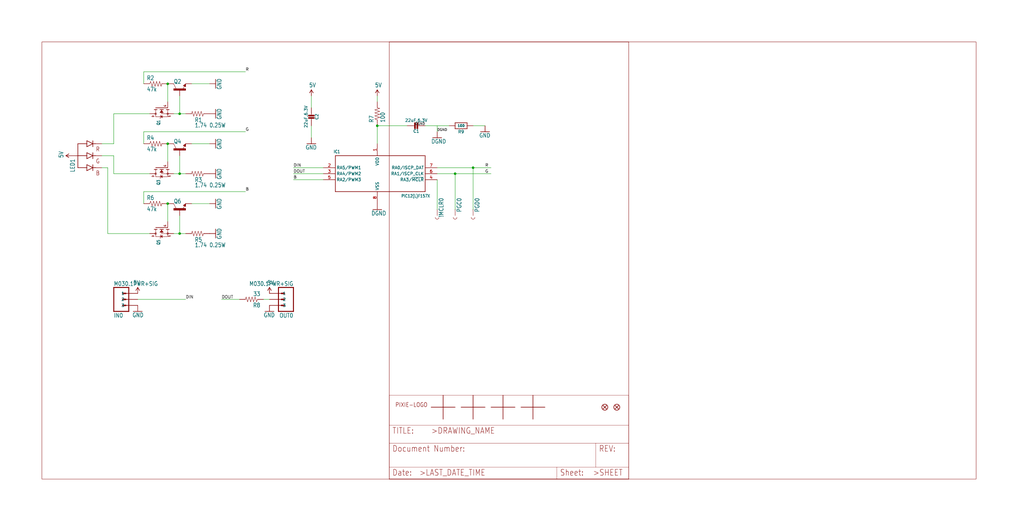
<source format=kicad_sch>
(kicad_sch (version 20211123) (generator eeschema)
  (paper "User" 434.34 223.571)
  (lib_symbols
    (symbol "eagleSchem-eagle-import:5V" (power)
      (property "Value" "5V" (at -1.016 3.556 0))
      (symbol "5V_1_0"
        (polyline (pts (xy 0 2.54) (xy -0.762 1.27)) (stroke (width 0.254)))
        (polyline (pts (xy 0.762 1.27) (xy 0 2.54)) (stroke (width 0.254)))
        (pin power_in line (at 0 0 90) (length 2.54) (name "5V") (number "1"))
      )
    )
    (symbol "eagleSchem-eagle-import:ALIGN_CROSS"
      (symbol "ALIGN_CROSS_1_0"
        (polyline (pts (xy -5.08 0) (xy 5.08 0)) (stroke (width 0.254)))
        (polyline (pts (xy 0 5.08) (xy 0 -5.08)) (stroke (width 0.254)))
      )
    )
    (symbol "eagleSchem-eagle-import:CAP_CERAMIC_0805MP"
      (property "Reference" "C" (at -2.29 1.25 90))
      (property "Value" "CAP_CERAMIC_0805MP" (at 2.3 1.25 90))
      (symbol "CAP_CERAMIC_0805MP_1_0"
        (rectangle (start -1.27 0.508) (end 1.27 1.016) (fill (type outline)))
        (rectangle (start -1.27 1.524) (end 1.27 2.032) (fill (type outline)))
        (polyline (pts (xy 0 0.762) (xy 0 0)) (stroke (width 0.1524)))
        (polyline (pts (xy 0 2.54) (xy 0 1.778)) (stroke (width 0.1524)))
        (pin passive line (at 0 5.08 270) (length 2.54) (name "1") (number "1"))
        (pin passive line (at 0 -2.54 90) (length 2.54) (name "2") (number "2"))
      )
    )
    (symbol "eagleSchem-eagle-import:DGND" (power)
      (property "Value" "DGND" (at -2.54 -2.54 0))
      (symbol "DGND_1_0"
        (polyline (pts (xy -1.905 0) (xy 1.905 0)) (stroke (width 0.254)))
        (pin power_in line (at 0 2.54 270) (length 2.54) (name "GND") (number "1"))
      )
    )
    (symbol "eagleSchem-eagle-import:FIDUCIAL{dblquote}{dblquote}"
      (symbol "FIDUCIAL{dblquote}{dblquote}_1_0"
        (polyline (pts (xy -0.762 0.762) (xy 0.762 -0.762)) (stroke (width 0.254)))
        (polyline (pts (xy 0.762 0.762) (xy -0.762 -0.762)) (stroke (width 0.254)))
        (circle (center 0 0) (radius 1.27) (stroke (width 0.254)))
      )
    )
    (symbol "eagleSchem-eagle-import:GND" (power)
      (property "Value" "GND" (at -2.54 -2.54 0))
      (symbol "GND_1_0"
        (polyline (pts (xy -1.905 0) (xy 1.905 0)) (stroke (width 0.254)))
        (pin power_in line (at 0 2.54 270) (length 2.54) (name "GND") (number "1"))
      )
    )
    (symbol "eagleSchem-eagle-import:IRLML2060TRPBF"
      (property "Reference" "Q" (at 5.08 0.635 0))
      (property "Value" "IRLML2060TRPBF" (at 5.08 -1.27 0))
      (symbol "IRLML2060TRPBF_1_0"
        (polyline (pts (xy 0 2.54) (xy 0 -2.54)) (stroke (width 0.254)))
        (polyline (pts (xy 0.762 -2.54) (xy 0.762 -3.175)) (stroke (width 0.254)))
        (polyline (pts (xy 0.762 -1.905) (xy 0.762 -2.54)) (stroke (width 0.254)))
        (polyline (pts (xy 0.762 0) (xy 0.762 -0.762)) (stroke (width 0.254)))
        (polyline (pts (xy 0.762 0) (xy 2.54 0)) (stroke (width 0.1524)))
        (polyline (pts (xy 0.762 0.762) (xy 0.762 0)) (stroke (width 0.254)))
        (polyline (pts (xy 0.762 2.54) (xy 0.762 1.905)) (stroke (width 0.254)))
        (polyline (pts (xy 0.762 2.54) (xy 3.81 2.54)) (stroke (width 0.1524)))
        (polyline (pts (xy 0.762 3.175) (xy 0.762 2.54)) (stroke (width 0.254)))
        (polyline (pts (xy 2.54 -2.54) (xy 0.762 -2.54)) (stroke (width 0.1524)))
        (polyline (pts (xy 2.54 -2.54) (xy 3.81 -2.54)) (stroke (width 0.1524)))
        (polyline (pts (xy 2.54 0) (xy 2.54 -2.54)) (stroke (width 0.1524)))
        (polyline (pts (xy 3.302 0.508) (xy 3.048 0.254)) (stroke (width 0.1524)))
        (polyline (pts (xy 3.81 0.508) (xy 3.302 0.508)) (stroke (width 0.1524)))
        (polyline (pts (xy 3.81 0.508) (xy 3.81 -2.54)) (stroke (width 0.1524)))
        (polyline (pts (xy 3.81 2.54) (xy 3.81 0.508)) (stroke (width 0.1524)))
        (polyline (pts (xy 4.318 0.508) (xy 3.81 0.508)) (stroke (width 0.1524)))
        (polyline (pts (xy 4.572 0.762) (xy 4.318 0.508)) (stroke (width 0.1524)))
        (polyline (pts (xy 1.016 0) (xy 2.032 0.762) (xy 2.032 -0.762)) (fill (type outline)))
        (polyline (pts (xy 3.81 0.508) (xy 3.302 -0.254) (xy 4.318 -0.254)) (fill (type outline)))
        (circle (center 2.54 -2.54) (radius 0.3592))
        (circle (center 2.54 2.54) (radius 0.3592))
        (text "D" (at 3.175 3.175 0) (effects (font (size 0.8128 0.6908)) (justify left bottom)))
        (text "G" (at -1.27 -1.905 0) (effects (font (size 0.8128 0.6908)) (justify left bottom)))
        (text "S" (at 3.175 -3.81 0) (effects (font (size 0.8128 0.6908)) (justify left bottom)))
        (pin bidirectional line (at -2.54 -2.54 0) (length 2.54) (name "G") (number "1"))
        (pin bidirectional line (at 2.54 -5.08 90) (length 2.54) (name "S") (number "2"))
        (pin bidirectional line (at 2.54 5.08 270) (length 2.54) (name "D") (number "3"))
      )
    )
    (symbol "eagleSchem-eagle-import:LETTER_L"
      (symbol "LETTER_L_0_0"
        (polyline (pts (xy 0 0) (xy 248.92 0) (xy 248.92 185.42) (xy 0 185.42) (xy 0 0)))
      )
      (symbol "LETTER_L_2_0"
        (polyline (pts (xy 0 0) (xy 0 5.08)) (stroke (width 0.1016)))
        (polyline (pts (xy 0 0) (xy 71.12 0)) (stroke (width 0.1016)))
        (polyline (pts (xy 0 5.08) (xy 0 15.24)) (stroke (width 0.1016)))
        (polyline (pts (xy 0 5.08) (xy 71.12 5.08)) (stroke (width 0.1016)))
        (polyline (pts (xy 0 15.24) (xy 0 22.86)) (stroke (width 0.1016)))
        (polyline (pts (xy 0 22.86) (xy 0 35.56)) (stroke (width 0.1016)))
        (polyline (pts (xy 0 22.86) (xy 101.6 22.86)) (stroke (width 0.1016)))
        (polyline (pts (xy 71.12 0) (xy 101.6 0)) (stroke (width 0.1016)))
        (polyline (pts (xy 71.12 5.08) (xy 71.12 0)) (stroke (width 0.1016)))
        (polyline (pts (xy 71.12 5.08) (xy 87.63 5.08)) (stroke (width 0.1016)))
        (polyline (pts (xy 87.63 5.08) (xy 101.6 5.08)) (stroke (width 0.1016)))
        (polyline (pts (xy 87.63 15.24) (xy 0 15.24)) (stroke (width 0.1016)))
        (polyline (pts (xy 87.63 15.24) (xy 87.63 5.08)) (stroke (width 0.1016)))
        (polyline (pts (xy 101.6 5.08) (xy 101.6 0)) (stroke (width 0.1016)))
        (polyline (pts (xy 101.6 15.24) (xy 87.63 15.24)) (stroke (width 0.1016)))
        (polyline (pts (xy 101.6 15.24) (xy 101.6 5.08)) (stroke (width 0.1016)))
        (polyline (pts (xy 101.6 22.86) (xy 101.6 15.24)) (stroke (width 0.1016)))
        (polyline (pts (xy 101.6 35.56) (xy 0 35.56)) (stroke (width 0.1016)))
        (polyline (pts (xy 101.6 35.56) (xy 101.6 22.86)) (stroke (width 0.1016)))
        (text ">DRAWING_NAME" (at 17.78 19.05 0) (effects (font (size 2.54 2.159)) (justify left bottom)))
        (text ">LAST_DATE_TIME" (at 12.7 1.27 0) (effects (font (size 2.54 2.159)) (justify left bottom)))
        (text ">SHEET" (at 86.36 1.27 0) (effects (font (size 2.54 2.159)) (justify left bottom)))
        (text "Date:" (at 1.27 1.27 0) (effects (font (size 2.54 2.159)) (justify left bottom)))
        (text "Document Number:" (at 1.27 11.43 0) (effects (font (size 2.54 2.159)) (justify left bottom)))
        (text "REV:" (at 88.9 11.43 0) (effects (font (size 2.54 2.159)) (justify left bottom)))
        (text "Sheet:" (at 72.39 1.27 0) (effects (font (size 2.54 2.159)) (justify left bottom)))
        (text "TITLE:" (at 1.27 19.05 0) (effects (font (size 2.54 2.159)) (justify left bottom)))
      )
    )
    (symbol "eagleSchem-eagle-import:M030.1PWR+SIG"
      (property "Reference" "JP" (at -2.54 5.842 0))
      (property "Value" "M030.1PWR+SIG" (at -2.54 -7.62 0))
      (symbol "M030.1PWR+SIG_1_0"
        (polyline (pts (xy -2.54 5.08) (xy -2.54 -5.08)) (stroke (width 0.4064)))
        (polyline (pts (xy -2.54 5.08) (xy 3.81 5.08)) (stroke (width 0.4064)))
        (polyline (pts (xy 1.27 -2.54) (xy 2.54 -2.54)) (stroke (width 0.6096)))
        (polyline (pts (xy 1.27 0) (xy 2.54 0)) (stroke (width 0.6096)))
        (polyline (pts (xy 1.27 2.54) (xy 2.54 2.54)) (stroke (width 0.6096)))
        (polyline (pts (xy 3.81 -5.08) (xy -2.54 -5.08)) (stroke (width 0.4064)))
        (polyline (pts (xy 3.81 -5.08) (xy 3.81 5.08)) (stroke (width 0.4064)))
        (pin passive line (at 7.62 -2.54 180) (length 5.08) (name "1") (number "P$1"))
        (pin passive line (at 7.62 0 180) (length 5.08) (name "2") (number "P$2"))
        (pin passive line (at 7.62 2.54 180) (length 5.08) (name "3") (number "P$3"))
      )
    )
    (symbol "eagleSchem-eagle-import:MMBT2222A"
      (property "Reference" "Q" (at 5.08 0 0))
      (symbol "MMBT2222A_1_0"
        (rectangle (start -0.254 -2.54) (end 0.508 2.54) (fill (type outline)))
        (polyline (pts (xy 1.27 -2.54) (xy 1.778 -1.524)) (stroke (width 0.1524)))
        (polyline (pts (xy 1.524 -2.413) (xy 2.286 -2.413)) (stroke (width 0.254)))
        (polyline (pts (xy 1.524 -2.286) (xy 1.905 -2.286)) (stroke (width 0.254)))
        (polyline (pts (xy 1.54 -2.04) (xy 0.308 -1.424)) (stroke (width 0.1524)))
        (polyline (pts (xy 1.778 -1.778) (xy 1.524 -2.286)) (stroke (width 0.254)))
        (polyline (pts (xy 1.778 -1.524) (xy 2.54 -2.54)) (stroke (width 0.1524)))
        (polyline (pts (xy 1.905 -2.286) (xy 1.778 -2.032)) (stroke (width 0.254)))
        (polyline (pts (xy 2.286 -2.413) (xy 1.778 -1.778)) (stroke (width 0.254)))
        (polyline (pts (xy 2.54 -2.54) (xy 1.27 -2.54)) (stroke (width 0.1524)))
        (polyline (pts (xy 2.54 2.54) (xy 0.508 1.524)) (stroke (width 0.1524)))
        (pin passive line (at -2.54 0 0) (length 2.54) (name "B") (number "1"))
        (pin passive line (at 2.54 -5.08 90) (length 2.54) (name "E") (number "2"))
        (pin passive line (at 2.54 5.08 270) (length 2.54) (name "C") (number "3"))
      )
    )
    (symbol "eagleSchem-eagle-import:PIC12(L)F157X"
      (property "Reference" "IC" (at -10.922 13.716 0))
      (property "Value" "PIC12(L)F157X" (at 17.78 -5.08 0))
      (symbol "PIC12(L)F157X_1_0"
        (polyline (pts (xy -10.16 -2.54) (xy -10.16 12.7)) (stroke (width 0.254)))
        (polyline (pts (xy -10.16 12.7) (xy 27.94 12.7)) (stroke (width 0.254)))
        (polyline (pts (xy 27.94 -2.54) (xy -10.16 -2.54)) (stroke (width 0.254)))
        (polyline (pts (xy 27.94 12.7) (xy 27.94 -2.54)) (stroke (width 0.254)))
        (pin power_in line (at 7.62 17.78 270) (length 5.08) (name "VDD") (number "1"))
        (pin bidirectional line (at -15.24 7.62 0) (length 5.08) (name "RA5/PWM1") (number "2"))
        (pin bidirectional line (at -15.24 5.08 0) (length 5.08) (name "RA4/PWM2") (number "3"))
        (pin bidirectional line (at 33.02 2.54 180) (length 5.08) (name "RA3/~{MCLR}") (number "4"))
        (pin bidirectional line (at -15.24 2.54 0) (length 5.08) (name "RA2/PWM3") (number "5"))
        (pin bidirectional line (at 33.02 5.08 180) (length 5.08) (name "RA1/ISCP_CLK") (number "6"))
        (pin bidirectional line (at 33.02 7.62 180) (length 5.08) (name "RA0/ISCP_DAT") (number "7"))
        (pin power_in line (at 7.62 -7.62 90) (length 5.08) (name "VSS") (number "8"))
      )
    )
    (symbol "eagleSchem-eagle-import:PIXIE-LOGO"
      (symbol "PIXIE-LOGO_1_0"
        (text "PIXIE-LOGO" (at 0 0 0) (effects (font (size 1.778 1.5113)) (justify left bottom)))
      )
    )
    (symbol "eagleSchem-eagle-import:RESISTOR0603"
      (property "Reference" "R" (at -3.81 1.4986 0))
      (property "Value" "RESISTOR0603" (at -3.81 -3.302 0))
      (symbol "RESISTOR0603_1_0"
        (polyline (pts (xy -2.54 0) (xy -2.159 1.016)) (stroke (width 0.1524)))
        (polyline (pts (xy -2.159 1.016) (xy -1.524 -1.016)) (stroke (width 0.1524)))
        (polyline (pts (xy -1.524 -1.016) (xy -0.889 1.016)) (stroke (width 0.1524)))
        (polyline (pts (xy -0.889 1.016) (xy -0.254 -1.016)) (stroke (width 0.1524)))
        (polyline (pts (xy -0.254 -1.016) (xy 0.381 1.016)) (stroke (width 0.1524)))
        (polyline (pts (xy 0.381 1.016) (xy 1.016 -1.016)) (stroke (width 0.1524)))
        (polyline (pts (xy 1.016 -1.016) (xy 1.651 1.016)) (stroke (width 0.1524)))
        (polyline (pts (xy 1.651 1.016) (xy 2.286 -1.016)) (stroke (width 0.1524)))
        (polyline (pts (xy 2.286 -1.016) (xy 2.54 0)) (stroke (width 0.1524)))
        (pin passive line (at -5.08 0 0) (length 2.54) (name "1") (number "1"))
        (pin passive line (at 5.08 0 180) (length 2.54) (name "2") (number "2"))
      )
    )
    (symbol "eagleSchem-eagle-import:RESISTOR1206"
      (property "Reference" "R" (at -3.81 1.4986 0))
      (property "Value" "RESISTOR1206" (at -3.81 -3.302 0))
      (symbol "RESISTOR1206_1_0"
        (polyline (pts (xy -2.54 0) (xy -2.159 1.016)) (stroke (width 0.1524)))
        (polyline (pts (xy -2.159 1.016) (xy -1.524 -1.016)) (stroke (width 0.1524)))
        (polyline (pts (xy -1.524 -1.016) (xy -0.889 1.016)) (stroke (width 0.1524)))
        (polyline (pts (xy -0.889 1.016) (xy -0.254 -1.016)) (stroke (width 0.1524)))
        (polyline (pts (xy -0.254 -1.016) (xy 0.381 1.016)) (stroke (width 0.1524)))
        (polyline (pts (xy 0.381 1.016) (xy 1.016 -1.016)) (stroke (width 0.1524)))
        (polyline (pts (xy 1.016 -1.016) (xy 1.651 1.016)) (stroke (width 0.1524)))
        (polyline (pts (xy 1.651 1.016) (xy 2.286 -1.016)) (stroke (width 0.1524)))
        (polyline (pts (xy 2.286 -1.016) (xy 2.54 0)) (stroke (width 0.1524)))
        (pin passive line (at -5.08 0 0) (length 2.54) (name "1") (number "1"))
        (pin passive line (at 5.08 0 180) (length 2.54) (name "2") (number "2"))
      )
    )
    (symbol "eagleSchem-eagle-import:RESISTOR_0603MP"
      (property "Reference" "R" (at 0 2.54 0))
      (property "Value" "RESISTOR_0603MP" (at 0 0 0))
      (symbol "RESISTOR_0603MP_1_0"
        (polyline (pts (xy -2.54 -1.27) (xy -2.54 1.27)) (stroke (width 0.254)))
        (polyline (pts (xy -2.54 1.27) (xy 2.54 1.27)) (stroke (width 0.254)))
        (polyline (pts (xy 2.54 -1.27) (xy -2.54 -1.27)) (stroke (width 0.254)))
        (polyline (pts (xy 2.54 1.27) (xy 2.54 -1.27)) (stroke (width 0.254)))
        (pin passive line (at -5.08 0 0) (length 2.54) (name "1") (number "1"))
        (pin passive line (at 5.08 0 180) (length 2.54) (name "2") (number "2"))
      )
    )
    (symbol "eagleSchem-eagle-import:RGBLED_CA"
      (property "Reference" "LED" (at -6.35 1.27 90))
      (symbol "RGBLED_CA_1_0"
        (polyline (pts (xy -5.08 -5.08) (xy -1.27 -5.08)) (stroke (width 0.254)))
        (polyline (pts (xy -5.08 0) (xy -5.08 -5.08)) (stroke (width 0.254)))
        (polyline (pts (xy -5.08 0) (xy -1.27 0)) (stroke (width 0.254)))
        (polyline (pts (xy -5.08 5.08) (xy -5.08 0)) (stroke (width 0.254)))
        (polyline (pts (xy -5.08 5.08) (xy -1.27 5.08)) (stroke (width 0.254)))
        (polyline (pts (xy -1.27 -6.35) (xy 1.27 -5.08)) (stroke (width 0.254)))
        (polyline (pts (xy -1.27 -5.08) (xy -1.27 -6.35)) (stroke (width 0.254)))
        (polyline (pts (xy -1.27 -3.81) (xy -1.27 -5.08)) (stroke (width 0.254)))
        (polyline (pts (xy -1.27 -1.27) (xy 1.27 0)) (stroke (width 0.254)))
        (polyline (pts (xy -1.27 0) (xy -1.27 -1.27)) (stroke (width 0.254)))
        (polyline (pts (xy -1.27 1.27) (xy -1.27 0)) (stroke (width 0.254)))
        (polyline (pts (xy -1.27 3.81) (xy 1.27 5.08)) (stroke (width 0.254)))
        (polyline (pts (xy -1.27 5.08) (xy -1.27 3.81)) (stroke (width 0.254)))
        (polyline (pts (xy -1.27 6.35) (xy -1.27 5.08)) (stroke (width 0.254)))
        (polyline (pts (xy 1.27 -6.35) (xy 1.27 -5.08)) (stroke (width 0.254)))
        (polyline (pts (xy 1.27 -5.08) (xy -1.27 -3.81)) (stroke (width 0.254)))
        (polyline (pts (xy 1.27 -5.08) (xy 1.27 -3.81)) (stroke (width 0.254)))
        (polyline (pts (xy 1.27 -5.08) (xy 2.54 -5.08)) (stroke (width 0.254)))
        (polyline (pts (xy 1.27 0) (xy -1.27 1.27)) (stroke (width 0.254)))
        (polyline (pts (xy 1.27 0) (xy 1.27 -1.27)) (stroke (width 0.254)))
        (polyline (pts (xy 1.27 1.27) (xy 1.27 0)) (stroke (width 0.254)))
        (polyline (pts (xy 1.27 5.08) (xy -1.27 6.35)) (stroke (width 0.254)))
        (polyline (pts (xy 1.27 5.08) (xy 1.27 3.81)) (stroke (width 0.254)))
        (polyline (pts (xy 1.27 5.08) (xy 2.54 5.08)) (stroke (width 0.254)))
        (polyline (pts (xy 1.27 6.35) (xy 1.27 5.08)) (stroke (width 0.254)))
        (polyline (pts (xy 2.54 0) (xy 1.27 0)) (stroke (width 0.254)))
        (text "B" (at 2.54 6.35 0) (effects (font (size 1.778 1.5113)) (justify left bottom)))
        (text "G" (at 2.54 1.27 0) (effects (font (size 1.778 1.5113)) (justify left bottom)))
        (text "R" (at 2.54 -3.81 0) (effects (font (size 1.778 1.5113)) (justify left bottom)))
        (pin bidirectional line (at -7.62 0 0) (length 2.54) (name "VCC") (number "ANODE"))
        (pin bidirectional line (at 5.08 5.08 180) (length 2.54) (name "BLUE") (number "B"))
        (pin bidirectional line (at 5.08 0 180) (length 2.54) (name "GREEN") (number "G"))
        (pin bidirectional line (at 5.08 -5.08 180) (length 2.54) (name "RED") (number "R"))
      )
    )
    (symbol "eagleSchem-eagle-import:TEST-POINT3X4"
      (property "Reference" "TP" (at -2.54 2.54 0))
      (property "Value" "TEST-POINT3X4" (at -2.54 -2.54 0))
      (symbol "TEST-POINT3X4_1_0"
        (polyline (pts (xy 2.54 0) (xy 0 0)) (stroke (width 0.1524)))
        (arc (start 3.302 -0.762) (mid 4.064 0) (end 3.302 0.762) (stroke (width 0.1524)))
        (pin bidirectional line (at 0 0 180) (length 0) (name "1") (number "P$1"))
      )
    )
  )
  (junction (at 200.66 71.12))
  (junction (at 71.12 60.96))
  (junction (at 76.2 73.66))
  (junction (at 71.12 86.36))
  (junction (at 71.12 35.56))
  (junction (at 160.02 53.34))
  (junction (at 76.2 48.26))
  (junction (at 193.04 73.66))
  (junction (at 76.2 99.06))
  (wire (pts (xy 48.26 48.26) (xy 63.5 48.26)))
  (wire (pts (xy 200.66 53.34) (xy 205.74 53.34)))
  (wire (pts (xy 101.6 127) (xy 93.98 127)))
  (wire (pts (xy 88.9 86.36) (xy 81.28 86.36)))
  (wire (pts (xy 111.76 127) (xy 114.3 127)))
  (wire (pts (xy 58.42 127) (xy 78.74 127)))
  (wire (pts (xy 160.02 53.34) (xy 172.72 53.34)))
  (wire (pts (xy 185.42 73.66) (xy 193.04 73.66)))
  (wire (pts (xy 71.12 43.18) (xy 71.12 35.56)))
  (wire (pts (xy 76.2 40.64) (xy 76.2 48.26)))
  (wire (pts (xy 48.26 66.04) (xy 48.26 73.66)))
  (wire (pts (xy 185.42 55.88) (xy 185.42 53.34)))
  (wire (pts (xy 185.42 88.9) (xy 185.42 76.2)))
  (wire (pts (xy 76.2 73.66) (xy 78.74 73.66)))
  (wire (pts (xy 45.72 71.12) (xy 45.72 99.06)))
  (wire (pts (xy 76.2 99.06) (xy 78.74 99.06)))
  (wire (pts (xy 160.02 40.64) (xy 160.02 43.18)))
  (wire (pts (xy 60.96 30.48) (xy 104.14 30.48)))
  (wire (pts (xy 132.08 58.42) (xy 132.08 53.34)))
  (wire (pts (xy 76.2 48.26) (xy 78.74 48.26)))
  (wire (pts (xy 60.96 81.28) (xy 60.96 86.36)))
  (wire (pts (xy 137.16 71.12) (xy 124.46 71.12)))
  (wire (pts (xy 88.9 60.96) (xy 81.28 60.96)))
  (wire (pts (xy 48.26 73.66) (xy 63.5 73.66)))
  (wire (pts (xy 132.08 40.64) (xy 132.08 45.72)))
  (wire (pts (xy 76.2 91.44) (xy 76.2 99.06)))
  (wire (pts (xy 48.26 60.96) (xy 48.26 48.26)))
  (wire (pts (xy 185.42 71.12) (xy 200.66 71.12)))
  (wire (pts (xy 60.96 55.88) (xy 104.14 55.88)))
  (wire (pts (xy 43.18 60.96) (xy 48.26 60.96)))
  (wire (pts (xy 180.34 53.34) (xy 190.5 53.34)))
  (wire (pts (xy 71.12 68.58) (xy 71.12 60.96)))
  (wire (pts (xy 160.02 60.96) (xy 160.02 53.34)))
  (wire (pts (xy 71.12 93.98) (xy 71.12 86.36)))
  (wire (pts (xy 43.18 71.12) (xy 45.72 71.12)))
  (wire (pts (xy 137.16 76.2) (xy 124.46 76.2)))
  (wire (pts (xy 73.66 99.06) (xy 76.2 99.06)))
  (wire (pts (xy 60.96 55.88) (xy 60.96 60.96)))
  (wire (pts (xy 137.16 73.66) (xy 124.46 73.66)))
  (wire (pts (xy 60.96 30.48) (xy 60.96 35.56)))
  (wire (pts (xy 200.66 71.12) (xy 208.28 71.12)))
  (wire (pts (xy 200.66 88.9) (xy 200.66 71.12)))
  (wire (pts (xy 45.72 99.06) (xy 63.5 99.06)))
  (wire (pts (xy 60.96 81.28) (xy 104.14 81.28)))
  (wire (pts (xy 76.2 66.04) (xy 76.2 73.66)))
  (wire (pts (xy 73.66 73.66) (xy 76.2 73.66)))
  (wire (pts (xy 193.04 73.66) (xy 208.28 73.66)))
  (wire (pts (xy 43.18 66.04) (xy 48.26 66.04)))
  (wire (pts (xy 193.04 88.9) (xy 193.04 73.66)))
  (wire (pts (xy 73.66 48.26) (xy 76.2 48.26)))
  (wire (pts (xy 88.9 35.56) (xy 81.28 35.56)))
  (label "B" (at 124.46 76.2 0) (effects (font (size 1.2446 1.2446))))
  (label "DOUT" (at 93.98 127 0) (effects (font (size 1.2446 1.2446))))
  (label "G" (at 104.14 55.88 0) (effects (font (size 1.2446 1.2446))))
  (label "R" (at 104.14 30.48 0) (effects (font (size 1.2446 1.2446))))
  (label "B" (at 104.14 81.28 0) (effects (font (size 1.2446 1.2446))))
  (label "DGND" (at 180.34 53.34 180) (effects (font (size 1.016 1.016))))
  (label "G" (at 205.74 73.66 0) (effects (font (size 1.2446 1.2446))))
  (label "DGND" (at 185.42 55.88 0) (effects (font (size 1.016 1.016))))
  (label "DIN" (at 78.74 127 0) (effects (font (size 1.2446 1.2446))))
  (label "DOUT" (at 124.46 73.66 0) (effects (font (size 1.2446 1.2446))))
  (label "R" (at 205.74 71.12 0) (effects (font (size 1.2446 1.2446))))
  (label "DIN" (at 124.46 71.12 0) (effects (font (size 1.2446 1.2446))))
  (symbol (lib_id "eagleSchem-eagle-import:TEST-POINT3X4") (at 185.42 88.9 270) (unit 1)
    (property "Reference" "!MCLR0" (at 186.182 83.82 0) (effects (font (size 1.778 1.5113)) (justify left bottom)))
    (property "Value" "TEST-POINT3X4" (effects hide))
    (property "Footprint" "eagleSchem:PAD.03X.04" (effects hide))
  )
  (symbol (lib_id "eagleSchem-eagle-import:MMBT2222A") (at 76.2 88.9 90) (unit 1)
    (property "Reference" "Q6" (at 73.66 86.36 90) (effects (font (size 1.778 1.5113)) (justify right top)))
    (property "Value" "MMBT2222A" (effects hide))
    (property "Footprint" "eagleSchem:SOT23-3" (effects hide))
  )
  (symbol (lib_id "eagleSchem-eagle-import:FIDUCIAL{dblquote}{dblquote}") (at 256.54 172.72 0) (unit 1)
    (property "Reference" "U$6" (effects hide))
    (property "Value" "FIDUCIAL{dblquote}{dblquote}" (effects hide))
    (property "Footprint" "eagleSchem:FIDUCIAL_1MM" (effects hide))
  )
  (symbol (lib_id "eagleSchem-eagle-import:IRLML2060TRPBF") (at 68.58 96.52 90) (mirror x) (unit 1)
    (property "Reference" "Q5" (at 67.945 101.6 0) (effects (font (size 1.27 1.0795)) (justify left bottom)))
    (property "Value" "IRLML2060TRPBF" (effects hide))
    (property "Footprint" "eagleSchem:SOT23-3" (effects hide))
  )
  (symbol (lib_id "eagleSchem-eagle-import:TEST-POINT3X4") (at 200.66 88.9 270) (unit 1)
    (property "Reference" "PGD0" (at 201.422 83.82 0) (effects (font (size 1.778 1.5113)) (justify left bottom)))
    (property "Value" "TEST-POINT3X4" (effects hide))
    (property "Footprint" "eagleSchem:PAD.03X.04" (effects hide))
  )
  (symbol (lib_id "eagleSchem-eagle-import:CAP_CERAMIC_0805MP") (at 177.8 53.34 90) (unit 1)
    (property "Reference" "C1" (at 176.55 55.63 90))
    (property "Value" "22uF,6.3V" (at 176.55 51.04 90))
    (property "Footprint" "eagleSchem:_0805MP" (effects hide))
  )
  (symbol (lib_id "eagleSchem-eagle-import:ALIGN_CROSS") (at 226.06 172.72 0) (unit 1)
    (property "Reference" "U$4" (effects hide))
    (property "Value" "ALIGN_CROSS" (effects hide))
    (property "Footprint" "eagleSchem:ALIGN_CROSS" (effects hide))
  )
  (symbol (lib_id "eagleSchem-eagle-import:MMBT2222A") (at 76.2 63.5 90) (unit 1)
    (property "Reference" "Q4" (at 73.66 60.96 90) (effects (font (size 1.778 1.5113)) (justify right top)))
    (property "Value" "MMBT2222A" (effects hide))
    (property "Footprint" "eagleSchem:SOT23-3" (effects hide))
  )
  (symbol (lib_id "eagleSchem-eagle-import:PIXIE-LOGO") (at 167.64 172.72 0) (unit 1)
    (property "Reference" "U$5" (effects hide))
    (property "Value" "PIXIE-LOGO" (effects hide))
    (property "Footprint" "eagleSchem:PIXIE-LOGO" (effects hide))
  )
  (symbol (lib_id "eagleSchem-eagle-import:MMBT2222A") (at 76.2 38.1 90) (unit 1)
    (property "Reference" "Q2" (at 73.66 35.56 90) (effects (font (size 1.778 1.5113)) (justify right top)))
    (property "Value" "MMBT2222A" (effects hide))
    (property "Footprint" "eagleSchem:SOT23-3" (effects hide))
  )
  (symbol (lib_id "eagleSchem-eagle-import:GND") (at 91.44 86.36 90) (unit 1)
    (property "Reference" "#GND10" (effects hide))
    (property "Value" "GND" (at 93.98 88.9 0) (effects (font (size 1.778 1.5113)) (justify left bottom)))
    (property "Footprint" "eagleSchem:" (effects hide))
  )
  (symbol (lib_id "eagleSchem-eagle-import:RESISTOR_0603MP") (at 195.58 53.34 180) (unit 1)
    (property "Reference" "R9" (at 195.58 55.88 0))
    (property "Value" "100" (at 195.58 53.34 0) (effects (font (size 1.016 1.016) bold)))
    (property "Footprint" "eagleSchem:_0603MP" (effects hide))
  )
  (symbol (lib_id "eagleSchem-eagle-import:RESISTOR1206") (at 83.82 99.06 180) (unit 1)
    (property "Reference" "R5" (at 82.55 102.6414 0) (effects (font (size 1.778 1.5113)) (justify right top)))
    (property "Value" "1.74 0.25W" (at 82.55 104.902 0) (effects (font (size 1.778 1.5113)) (justify right top)))
    (property "Footprint" "eagleSchem:1206" (effects hide))
  )
  (symbol (lib_id "eagleSchem-eagle-import:GND") (at 91.44 60.96 90) (unit 1)
    (property "Reference" "#GND7" (effects hide))
    (property "Value" "GND" (at 93.98 63.5 0) (effects (font (size 1.778 1.5113)) (justify left bottom)))
    (property "Footprint" "eagleSchem:" (effects hide))
  )
  (symbol (lib_id "eagleSchem-eagle-import:RESISTOR0603") (at 66.04 60.96 0) (unit 1)
    (property "Reference" "R4" (at 62.23 59.4614 0) (effects (font (size 1.778 1.5113)) (justify left bottom)))
    (property "Value" "47k" (at 62.23 64.262 0) (effects (font (size 1.778 1.5113)) (justify left bottom)))
    (property "Footprint" "eagleSchem:0603-RES" (effects hide))
  )
  (symbol (lib_id "eagleSchem-eagle-import:5V") (at 132.08 40.64 0) (unit 1)
    (property "Reference" "#SUPPLY3" (effects hide))
    (property "Value" "5V" (at 131.064 37.084 0) (effects (font (size 1.778 1.5113)) (justify left bottom)))
    (property "Footprint" "eagleSchem:" (effects hide))
  )
  (symbol (lib_id "eagleSchem-eagle-import:DGND") (at 185.42 58.42 0) (unit 1)
    (property "Reference" "#GND5" (effects hide))
    (property "Value" "DGND" (at 182.88 60.96 0) (effects (font (size 1.778 1.5113)) (justify left bottom)))
    (property "Footprint" "eagleSchem:" (effects hide))
  )
  (symbol (lib_id "eagleSchem-eagle-import:M030.1PWR+SIG") (at 50.8 127 0) (mirror x) (unit 1)
    (property "Reference" "IN0" (at 48.26 132.842 0) (effects (font (size 1.778 1.5113)) (justify left bottom)))
    (property "Value" "M030.1PWR+SIG" (at 48.26 119.38 0) (effects (font (size 1.778 1.5113)) (justify left bottom)))
    (property "Footprint" "eagleSchem:1X03-0.1PWR+SIG" (effects hide))
  )
  (symbol (lib_id "eagleSchem-eagle-import:TEST-POINT3X4") (at 193.04 88.9 270) (unit 1)
    (property "Reference" "PGC0" (at 193.802 83.82 0) (effects (font (size 1.778 1.5113)) (justify left bottom)))
    (property "Value" "TEST-POINT3X4" (effects hide))
    (property "Footprint" "eagleSchem:PAD.03X.04" (effects hide))
  )
  (symbol (lib_id "eagleSchem-eagle-import:GND") (at 114.3 132.08 0) (unit 1)
    (property "Reference" "#GND11" (effects hide))
    (property "Value" "GND" (at 111.76 134.62 0) (effects (font (size 1.778 1.5113)) (justify left bottom)))
    (property "Footprint" "eagleSchem:" (effects hide))
  )
  (symbol (lib_id "eagleSchem-eagle-import:GND") (at 58.42 132.08 0) (mirror y) (unit 1)
    (property "Reference" "#GND12" (effects hide))
    (property "Value" "GND" (at 60.96 134.62 0) (effects (font (size 1.778 1.5113)) (justify left bottom)))
    (property "Footprint" "eagleSchem:" (effects hide))
  )
  (symbol (lib_id "eagleSchem-eagle-import:GND") (at 132.08 60.96 0) (unit 1)
    (property "Reference" "#GND8" (effects hide))
    (property "Value" "GND" (at 129.54 63.5 0) (effects (font (size 1.778 1.5113)) (justify left bottom)))
    (property "Footprint" "eagleSchem:" (effects hide))
  )
  (symbol (lib_id "eagleSchem-eagle-import:GND") (at 91.44 48.26 90) (unit 1)
    (property "Reference" "#GND1" (effects hide))
    (property "Value" "GND" (at 93.98 50.8 0) (effects (font (size 1.778 1.5113)) (justify left bottom)))
    (property "Footprint" "eagleSchem:" (effects hide))
  )
  (symbol (lib_id "eagleSchem-eagle-import:ALIGN_CROSS") (at 200.66 172.72 0) (unit 1)
    (property "Reference" "U$2" (effects hide))
    (property "Value" "ALIGN_CROSS" (effects hide))
    (property "Footprint" "eagleSchem:ALIGN_CROSS" (effects hide))
  )
  (symbol (lib_id "eagleSchem-eagle-import:5V") (at 160.02 40.64 0) (unit 1)
    (property "Reference" "#SUPPLY5" (effects hide))
    (property "Value" "5V" (at 159.004 37.084 0) (effects (font (size 1.778 1.5113)) (justify left bottom)))
    (property "Footprint" "eagleSchem:" (effects hide))
  )
  (symbol (lib_id "eagleSchem-eagle-import:CAP_CERAMIC_0805MP") (at 132.08 48.26 180) (unit 1)
    (property "Reference" "C2" (at 134.37 49.51 90))
    (property "Value" "22uF,6.3V" (at 129.78 49.51 90))
    (property "Footprint" "eagleSchem:_0805MP" (effects hide))
  )
  (symbol (lib_id "eagleSchem-eagle-import:GND") (at 91.44 73.66 90) (unit 1)
    (property "Reference" "#GND3" (effects hide))
    (property "Value" "GND" (at 93.98 76.2 0) (effects (font (size 1.778 1.5113)) (justify left bottom)))
    (property "Footprint" "eagleSchem:" (effects hide))
  )
  (symbol (lib_id "eagleSchem-eagle-import:LETTER_L") (at 17.78 203.2 0) (unit 1)
    (property "Reference" "#FRAME1" (effects hide))
    (property "Value" "LETTER_L" (effects hide))
    (property "Footprint" "eagleSchem:" (effects hide))
  )
  (symbol (lib_id "eagleSchem-eagle-import:5V") (at 58.42 124.46 0) (mirror y) (unit 1)
    (property "Reference" "#SUPPLY1" (effects hide))
    (property "Value" "5V" (at 59.436 120.904 0) (effects (font (size 1.778 1.5113)) (justify left bottom)))
    (property "Footprint" "eagleSchem:" (effects hide))
  )
  (symbol (lib_id "eagleSchem-eagle-import:RESISTOR0603") (at 106.68 127 180) (unit 1)
    (property "Reference" "R8" (at 110.49 128.4986 0) (effects (font (size 1.778 1.5113)) (justify left bottom)))
    (property "Value" "33" (at 110.49 123.698 0) (effects (font (size 1.778 1.5113)) (justify left bottom)))
    (property "Footprint" "eagleSchem:0603-RES" (effects hide))
  )
  (symbol (lib_id "eagleSchem-eagle-import:PIC12(L)F157X") (at 152.4 78.74 0) (unit 1)
    (property "Reference" "IC1" (at 141.478 65.024 0) (effects (font (size 1.27 1.0795)) (justify left bottom)))
    (property "Value" "PIC12(L)F157X" (at 170.18 83.82 0) (effects (font (size 1.27 1.0795)) (justify left bottom)))
    (property "Footprint" "eagleSchem:MSOP-8" (effects hide))
  )
  (symbol (lib_id "eagleSchem-eagle-import:RESISTOR0603") (at 66.04 86.36 0) (unit 1)
    (property "Reference" "R6" (at 62.23 84.8614 0) (effects (font (size 1.778 1.5113)) (justify left bottom)))
    (property "Value" "47k" (at 62.23 89.662 0) (effects (font (size 1.778 1.5113)) (justify left bottom)))
    (property "Footprint" "eagleSchem:0603-RES" (effects hide))
  )
  (symbol (lib_id "eagleSchem-eagle-import:LETTER_L") (at 165.1 203.2 0) (unit 2)
    (property "Reference" "#FRAME1" (effects hide))
    (property "Value" "LETTER_L" (effects hide))
    (property "Footprint" "eagleSchem:" (effects hide))
  )
  (symbol (lib_id "eagleSchem-eagle-import:GND") (at 91.44 99.06 90) (unit 1)
    (property "Reference" "#GND9" (effects hide))
    (property "Value" "GND" (at 93.98 101.6 0) (effects (font (size 1.778 1.5113)) (justify left bottom)))
    (property "Footprint" "eagleSchem:" (effects hide))
  )
  (symbol (lib_id "eagleSchem-eagle-import:5V") (at 30.48 66.04 90) (unit 1)
    (property "Reference" "#SUPPLY4" (effects hide))
    (property "Value" "5V" (at 26.924 67.056 0) (effects (font (size 1.778 1.5113)) (justify left bottom)))
    (property "Footprint" "eagleSchem:" (effects hide))
  )
  (symbol (lib_id "eagleSchem-eagle-import:RESISTOR1206") (at 83.82 48.26 180) (unit 1)
    (property "Reference" "R1" (at 82.55 51.8414 0) (effects (font (size 1.778 1.5113)) (justify right top)))
    (property "Value" "1.74 0.25W" (at 82.55 54.102 0) (effects (font (size 1.778 1.5113)) (justify right top)))
    (property "Footprint" "eagleSchem:1206" (effects hide))
  )
  (symbol (lib_id "eagleSchem-eagle-import:RESISTOR1206") (at 83.82 73.66 180) (unit 1)
    (property "Reference" "R3" (at 82.55 77.2414 0) (effects (font (size 1.778 1.5113)) (justify right top)))
    (property "Value" "1.74 0.25W" (at 82.55 79.502 0) (effects (font (size 1.778 1.5113)) (justify right top)))
    (property "Footprint" "eagleSchem:1206" (effects hide))
  )
  (symbol (lib_id "eagleSchem-eagle-import:FIDUCIAL{dblquote}{dblquote}") (at 261.62 172.72 0) (unit 1)
    (property "Reference" "U$7" (effects hide))
    (property "Value" "FIDUCIAL{dblquote}{dblquote}" (effects hide))
    (property "Footprint" "eagleSchem:FIDUCIAL_1MM" (effects hide))
  )
  (symbol (lib_id "eagleSchem-eagle-import:GND") (at 205.74 55.88 0) (unit 1)
    (property "Reference" "#GND4" (effects hide))
    (property "Value" "GND" (at 203.2 58.42 0) (effects (font (size 1.778 1.5113)) (justify left bottom)))
    (property "Footprint" "eagleSchem:" (effects hide))
  )
  (symbol (lib_id "eagleSchem-eagle-import:M030.1PWR+SIG") (at 121.92 127 180) (unit 1)
    (property "Reference" "OUT0" (at 124.46 132.842 0) (effects (font (size 1.778 1.5113)) (justify left bottom)))
    (property "Value" "M030.1PWR+SIG" (at 124.46 119.38 0) (effects (font (size 1.778 1.5113)) (justify left bottom)))
    (property "Footprint" "eagleSchem:1X03-0.1PWR+SIG" (effects hide))
  )
  (symbol (lib_id "eagleSchem-eagle-import:IRLML2060TRPBF") (at 68.58 71.12 90) (mirror x) (unit 1)
    (property "Reference" "Q3" (at 67.945 76.2 0) (effects (font (size 1.27 1.0795)) (justify left bottom)))
    (property "Value" "IRLML2060TRPBF" (effects hide))
    (property "Footprint" "eagleSchem:SOT23-3" (effects hide))
  )
  (symbol (lib_id "eagleSchem-eagle-import:5V") (at 114.3 124.46 0) (unit 1)
    (property "Reference" "#SUPPLY2" (effects hide))
    (property "Value" "5V" (at 113.284 120.904 0) (effects (font (size 1.778 1.5113)) (justify left bottom)))
    (property "Footprint" "eagleSchem:" (effects hide))
  )
  (symbol (lib_id "eagleSchem-eagle-import:ALIGN_CROSS") (at 213.36 172.72 0) (unit 1)
    (property "Reference" "U$3" (effects hide))
    (property "Value" "ALIGN_CROSS" (effects hide))
    (property "Footprint" "eagleSchem:ALIGN_CROSS" (effects hide))
  )
  (symbol (lib_id "eagleSchem-eagle-import:RESISTOR0603") (at 160.02 48.26 90) (unit 1)
    (property "Reference" "R7" (at 158.5214 52.07 0) (effects (font (size 1.778 1.5113)) (justify left bottom)))
    (property "Value" "100" (at 163.322 52.07 0) (effects (font (size 1.778 1.5113)) (justify left bottom)))
    (property "Footprint" "eagleSchem:0603-RES" (effects hide))
  )
  (symbol (lib_id "eagleSchem-eagle-import:RESISTOR0603") (at 66.04 35.56 0) (unit 1)
    (property "Reference" "R2" (at 62.23 34.0614 0) (effects (font (size 1.778 1.5113)) (justify left bottom)))
    (property "Value" "47k" (at 62.23 38.862 0) (effects (font (size 1.778 1.5113)) (justify left bottom)))
    (property "Footprint" "eagleSchem:0603-RES" (effects hide))
  )
  (symbol (lib_id "eagleSchem-eagle-import:ALIGN_CROSS") (at 187.96 172.72 0) (unit 1)
    (property "Reference" "U$1" (effects hide))
    (property "Value" "ALIGN_CROSS" (effects hide))
    (property "Footprint" "eagleSchem:ALIGN_CROSS" (effects hide))
  )
  (symbol (lib_id "eagleSchem-eagle-import:RGBLED_CA") (at 38.1 66.04 0) (mirror x) (unit 1)
    (property "Reference" "LED1" (at 31.75 67.31 90) (effects (font (size 1.778 1.5113)) (justify left bottom)))
    (property "Value" "RGBLED_CA" (effects hide))
    (property "Footprint" "eagleSchem:RGBLED3W4PIN" (effects hide))
  )
  (symbol (lib_id "eagleSchem-eagle-import:DGND") (at 160.02 88.9 0) (unit 1)
    (property "Reference" "#GND6" (effects hide))
    (property "Value" "DGND" (at 157.48 91.44 0) (effects (font (size 1.778 1.5113)) (justify left bottom)))
    (property "Footprint" "eagleSchem:" (effects hide))
  )
  (symbol (lib_id "eagleSchem-eagle-import:GND") (at 91.44 35.56 90) (unit 1)
    (property "Reference" "#GND2" (effects hide))
    (property "Value" "GND" (at 93.98 38.1 0) (effects (font (size 1.778 1.5113)) (justify left bottom)))
    (property "Footprint" "eagleSchem:" (effects hide))
  )
  (symbol (lib_id "eagleSchem-eagle-import:IRLML2060TRPBF") (at 68.58 45.72 90) (mirror x) (unit 1)
    (property "Reference" "Q1" (at 67.945 50.8 0) (effects (font (size 1.27 1.0795)) (justify left bottom)))
    (property "Value" "IRLML2060TRPBF" (effects hide))
    (property "Footprint" "eagleSchem:SOT23-3" (effects hide))
  )
)
</source>
